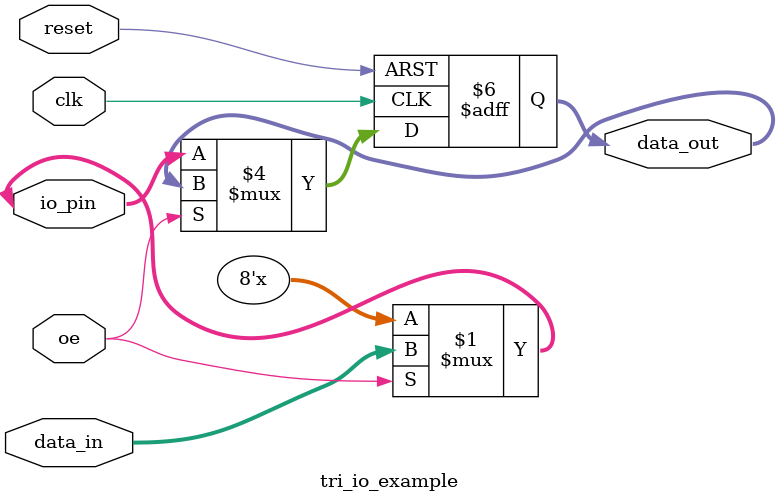
<source format=v>
`timescale 1ns / 1ps
module tri_io_example (
    input             clk,       // 클럭 신호
    input             reset,
    input             oe,        // 출력 활성화 신호 (Output Enable)
    input       [7:0] data_in,   // 출력 데이터
    output reg  [7:0] data_out,  // 입력 데이터 저장
    inout  wire [7:0] io_pin     // 양방향 핀
);

    // 트라이스테이트 제어
    assign io_pin = (oe) ? data_in : 8'bz; // 출력 모드일 때만 데이터 전송

    // 입력 데이터를 읽어오는 로직
    always @(posedge clk, posedge reset) begin
        if (reset) begin
            data_out <= 0;
        end else begin
            if (!oe) begin
                data_out <= io_pin;  // 입력 모드일 때만 데이터 읽기
            end

        end
    end

endmodule


</source>
